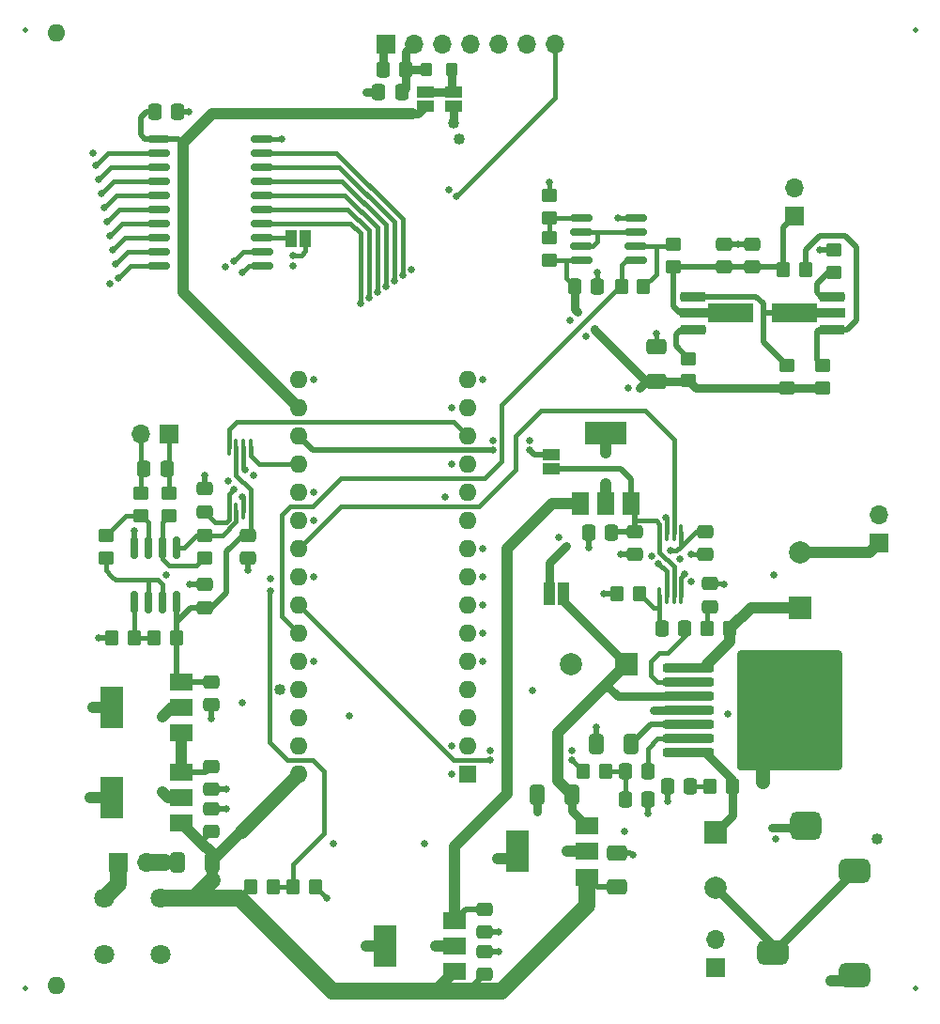
<source format=gtl>
G04 #@! TF.GenerationSoftware,KiCad,Pcbnew,7.0.8*
G04 #@! TF.CreationDate,2023-10-08T14:36:17-06:00*
G04 #@! TF.ProjectId,metal detector test,6d657461-6c20-4646-9574-6563746f7220,V2*
G04 #@! TF.SameCoordinates,Original*
G04 #@! TF.FileFunction,Copper,L1,Top*
G04 #@! TF.FilePolarity,Positive*
%FSLAX46Y46*%
G04 Gerber Fmt 4.6, Leading zero omitted, Abs format (unit mm)*
G04 Created by KiCad (PCBNEW 7.0.8) date 2023-10-08 14:36:17*
%MOMM*%
%LPD*%
G01*
G04 APERTURE LIST*
G04 Aperture macros list*
%AMRoundRect*
0 Rectangle with rounded corners*
0 $1 Rounding radius*
0 $2 $3 $4 $5 $6 $7 $8 $9 X,Y pos of 4 corners*
0 Add a 4 corners polygon primitive as box body*
4,1,4,$2,$3,$4,$5,$6,$7,$8,$9,$2,$3,0*
0 Add four circle primitives for the rounded corners*
1,1,$1+$1,$2,$3*
1,1,$1+$1,$4,$5*
1,1,$1+$1,$6,$7*
1,1,$1+$1,$8,$9*
0 Add four rect primitives between the rounded corners*
20,1,$1+$1,$2,$3,$4,$5,0*
20,1,$1+$1,$4,$5,$6,$7,0*
20,1,$1+$1,$6,$7,$8,$9,0*
20,1,$1+$1,$8,$9,$2,$3,0*%
%AMFreePoly0*
4,1,9,5.362500,-0.866500,1.237500,-0.866500,1.237500,-0.450000,-1.237500,-0.450000,-1.237500,0.450000,1.237500,0.450000,1.237500,0.866500,5.362500,0.866500,5.362500,-0.866500,5.362500,-0.866500,$1*%
G04 Aperture macros list end*
G04 #@! TA.AperFunction,SMDPad,CuDef*
%ADD10RoundRect,0.250000X0.337500X0.475000X-0.337500X0.475000X-0.337500X-0.475000X0.337500X-0.475000X0*%
G04 #@! TD*
G04 #@! TA.AperFunction,ComponentPad*
%ADD11O,1.600000X1.600000*%
G04 #@! TD*
G04 #@! TA.AperFunction,SMDPad,CuDef*
%ADD12RoundRect,0.250000X0.350000X0.450000X-0.350000X0.450000X-0.350000X-0.450000X0.350000X-0.450000X0*%
G04 #@! TD*
G04 #@! TA.AperFunction,SMDPad,CuDef*
%ADD13RoundRect,0.250000X-0.350000X-0.450000X0.350000X-0.450000X0.350000X0.450000X-0.350000X0.450000X0*%
G04 #@! TD*
G04 #@! TA.AperFunction,SMDPad,CuDef*
%ADD14RoundRect,0.250000X0.475000X-0.337500X0.475000X0.337500X-0.475000X0.337500X-0.475000X-0.337500X0*%
G04 #@! TD*
G04 #@! TA.AperFunction,ComponentPad*
%ADD15C,1.800000*%
G04 #@! TD*
G04 #@! TA.AperFunction,SMDPad,CuDef*
%ADD16RoundRect,0.550000X0.850000X-0.550000X0.850000X0.550000X-0.850000X0.550000X-0.850000X-0.550000X0*%
G04 #@! TD*
G04 #@! TA.AperFunction,SMDPad,CuDef*
%ADD17RoundRect,0.650000X0.750000X-0.650000X0.750000X0.650000X-0.750000X0.650000X-0.750000X-0.650000X0*%
G04 #@! TD*
G04 #@! TA.AperFunction,SMDPad,CuDef*
%ADD18RoundRect,0.250000X0.450000X-0.350000X0.450000X0.350000X-0.450000X0.350000X-0.450000X-0.350000X0*%
G04 #@! TD*
G04 #@! TA.AperFunction,SMDPad,CuDef*
%ADD19R,2.000000X1.500000*%
G04 #@! TD*
G04 #@! TA.AperFunction,SMDPad,CuDef*
%ADD20R,2.000000X3.800000*%
G04 #@! TD*
G04 #@! TA.AperFunction,ComponentPad*
%ADD21R,2.000000X2.000000*%
G04 #@! TD*
G04 #@! TA.AperFunction,ComponentPad*
%ADD22C,2.000000*%
G04 #@! TD*
G04 #@! TA.AperFunction,SMDPad,CuDef*
%ADD23RoundRect,0.250000X-0.337500X-0.475000X0.337500X-0.475000X0.337500X0.475000X-0.337500X0.475000X0*%
G04 #@! TD*
G04 #@! TA.AperFunction,ComponentPad*
%ADD24R,1.700000X1.700000*%
G04 #@! TD*
G04 #@! TA.AperFunction,ComponentPad*
%ADD25O,1.700000X1.700000*%
G04 #@! TD*
G04 #@! TA.AperFunction,SMDPad,CuDef*
%ADD26RoundRect,0.250000X0.412500X0.650000X-0.412500X0.650000X-0.412500X-0.650000X0.412500X-0.650000X0*%
G04 #@! TD*
G04 #@! TA.AperFunction,SMDPad,CuDef*
%ADD27R,1.500000X1.000000*%
G04 #@! TD*
G04 #@! TA.AperFunction,SMDPad,CuDef*
%ADD28RoundRect,0.150000X-0.150000X0.825000X-0.150000X-0.825000X0.150000X-0.825000X0.150000X0.825000X0*%
G04 #@! TD*
G04 #@! TA.AperFunction,SMDPad,CuDef*
%ADD29R,1.000000X2.032000*%
G04 #@! TD*
G04 #@! TA.AperFunction,SMDPad,CuDef*
%ADD30RoundRect,0.250000X0.650000X-0.412500X0.650000X0.412500X-0.650000X0.412500X-0.650000X-0.412500X0*%
G04 #@! TD*
G04 #@! TA.AperFunction,SMDPad,CuDef*
%ADD31RoundRect,0.250000X-0.475000X0.337500X-0.475000X-0.337500X0.475000X-0.337500X0.475000X0.337500X0*%
G04 #@! TD*
G04 #@! TA.AperFunction,SMDPad,CuDef*
%ADD32RoundRect,0.200000X-2.100000X-0.200000X2.100000X-0.200000X2.100000X0.200000X-2.100000X0.200000X0*%
G04 #@! TD*
G04 #@! TA.AperFunction,SMDPad,CuDef*
%ADD33RoundRect,0.250000X-2.025000X-2.375000X2.025000X-2.375000X2.025000X2.375000X-2.025000X2.375000X0*%
G04 #@! TD*
G04 #@! TA.AperFunction,SMDPad,CuDef*
%ADD34RoundRect,0.250002X-4.449998X-5.149998X4.449998X-5.149998X4.449998X5.149998X-4.449998X5.149998X0*%
G04 #@! TD*
G04 #@! TA.AperFunction,SMDPad,CuDef*
%ADD35RoundRect,0.100000X0.100000X-0.637500X0.100000X0.637500X-0.100000X0.637500X-0.100000X-0.637500X0*%
G04 #@! TD*
G04 #@! TA.AperFunction,SMDPad,CuDef*
%ADD36RoundRect,0.225000X-0.925000X-0.225000X0.925000X-0.225000X0.925000X0.225000X-0.925000X0.225000X0*%
G04 #@! TD*
G04 #@! TA.AperFunction,SMDPad,CuDef*
%ADD37FreePoly0,0.000000*%
G04 #@! TD*
G04 #@! TA.AperFunction,SMDPad,CuDef*
%ADD38C,0.500000*%
G04 #@! TD*
G04 #@! TA.AperFunction,SMDPad,CuDef*
%ADD39R,1.500000X2.000000*%
G04 #@! TD*
G04 #@! TA.AperFunction,SMDPad,CuDef*
%ADD40R,3.800000X2.000000*%
G04 #@! TD*
G04 #@! TA.AperFunction,SMDPad,CuDef*
%ADD41R,1.000000X1.500000*%
G04 #@! TD*
G04 #@! TA.AperFunction,SMDPad,CuDef*
%ADD42RoundRect,0.250000X0.275000X0.350000X-0.275000X0.350000X-0.275000X-0.350000X0.275000X-0.350000X0*%
G04 #@! TD*
G04 #@! TA.AperFunction,ComponentPad*
%ADD43R,1.600000X1.600000*%
G04 #@! TD*
G04 #@! TA.AperFunction,SMDPad,CuDef*
%ADD44RoundRect,0.100000X-0.100000X0.637500X-0.100000X-0.637500X0.100000X-0.637500X0.100000X0.637500X0*%
G04 #@! TD*
G04 #@! TA.AperFunction,SMDPad,CuDef*
%ADD45RoundRect,0.150000X-0.875000X-0.150000X0.875000X-0.150000X0.875000X0.150000X-0.875000X0.150000X0*%
G04 #@! TD*
G04 #@! TA.AperFunction,SMDPad,CuDef*
%ADD46RoundRect,0.250000X-0.450000X0.350000X-0.450000X-0.350000X0.450000X-0.350000X0.450000X0.350000X0*%
G04 #@! TD*
G04 #@! TA.AperFunction,SMDPad,CuDef*
%ADD47RoundRect,0.150000X0.825000X0.150000X-0.825000X0.150000X-0.825000X-0.150000X0.825000X-0.150000X0*%
G04 #@! TD*
G04 #@! TA.AperFunction,SMDPad,CuDef*
%ADD48RoundRect,0.225000X0.925000X0.225000X-0.925000X0.225000X-0.925000X-0.225000X0.925000X-0.225000X0*%
G04 #@! TD*
G04 #@! TA.AperFunction,SMDPad,CuDef*
%ADD49FreePoly0,180.000000*%
G04 #@! TD*
G04 #@! TA.AperFunction,ViaPad*
%ADD50C,0.660400*%
G04 #@! TD*
G04 #@! TA.AperFunction,ViaPad*
%ADD51C,1.016000*%
G04 #@! TD*
G04 #@! TA.AperFunction,ViaPad*
%ADD52C,1.270000*%
G04 #@! TD*
G04 #@! TA.AperFunction,Conductor*
%ADD53C,0.381000*%
G04 #@! TD*
G04 #@! TA.AperFunction,Conductor*
%ADD54C,0.762000*%
G04 #@! TD*
G04 #@! TA.AperFunction,Conductor*
%ADD55C,1.016000*%
G04 #@! TD*
G04 #@! TA.AperFunction,Conductor*
%ADD56C,1.524000*%
G04 #@! TD*
G04 #@! TA.AperFunction,Conductor*
%ADD57C,0.508000*%
G04 #@! TD*
G04 #@! TA.AperFunction,Conductor*
%ADD58C,1.270000*%
G04 #@! TD*
G04 APERTURE END LIST*
D10*
X33125500Y-6858000D03*
X35200500Y-6858000D03*
D11*
X4064000Y-1524000D03*
X4064000Y-87376000D03*
D12*
X11090000Y-56075500D03*
X9090000Y-56075500D03*
D13*
X51578000Y-68072000D03*
X53578000Y-68072000D03*
D14*
X64262000Y-22627500D03*
X64262000Y-20552500D03*
D15*
X8382000Y-79502000D03*
X13462000Y-79502000D03*
X13462000Y-84582000D03*
X8382000Y-84582000D03*
D12*
X65008000Y-69454000D03*
X63008000Y-69454000D03*
D16*
X68678000Y-84409000D03*
X76078000Y-86409000D03*
X76078000Y-77009000D03*
D17*
X71628000Y-73009000D03*
D14*
X18075000Y-69686000D03*
X18075000Y-67611000D03*
D18*
X17440000Y-48820500D03*
X17440000Y-46820500D03*
D19*
X39980000Y-86120000D03*
X39980000Y-83820000D03*
D20*
X33680000Y-83820000D03*
D19*
X39980000Y-81520000D03*
D21*
X63500000Y-73578323D03*
D22*
X63500000Y-78578323D03*
D10*
X60727500Y-55230000D03*
X58652500Y-55230000D03*
D23*
X55350500Y-70612000D03*
X57425500Y-70612000D03*
D19*
X15383000Y-72726500D03*
X15383000Y-70426500D03*
D20*
X9083000Y-70426500D03*
D19*
X15383000Y-68126500D03*
D23*
X12932500Y-8636000D03*
X15007500Y-8636000D03*
D10*
X57425500Y-68072000D03*
X55350500Y-68072000D03*
D14*
X66802000Y-22627500D03*
X66802000Y-20552500D03*
D18*
X73152000Y-33497000D03*
X73152000Y-31497000D03*
D24*
X14270000Y-37660500D03*
D25*
X11730000Y-37660500D03*
D23*
X50778500Y-24384000D03*
X52853500Y-24384000D03*
D24*
X9688000Y-76268500D03*
D25*
X12228000Y-76268500D03*
D19*
X15383000Y-64598500D03*
X15383000Y-62298500D03*
D20*
X9083000Y-62298500D03*
D19*
X15383000Y-59998500D03*
D14*
X42672000Y-82571500D03*
X42672000Y-80496500D03*
D26*
X18113500Y-76268500D03*
X14988500Y-76268500D03*
D13*
X69612000Y-22860000D03*
X71612000Y-22860000D03*
D21*
X71120000Y-53320077D03*
D22*
X71120000Y-48320077D03*
D27*
X48717200Y-39532800D03*
X48717200Y-40832800D03*
D18*
X74168000Y-23098000D03*
X74168000Y-21098000D03*
D28*
X14900000Y-47885500D03*
X13630000Y-47885500D03*
X12360000Y-47885500D03*
X11090000Y-47885500D03*
X11090000Y-52835500D03*
X12360000Y-52835500D03*
X13630000Y-52835500D03*
X14900000Y-52835500D03*
D18*
X48514000Y-21971000D03*
X48514000Y-19971000D03*
D29*
X49814000Y-52070000D03*
X48514000Y-52070000D03*
D14*
X21377000Y-48858000D03*
X21377000Y-46783000D03*
D27*
X39878000Y-8117600D03*
X39878000Y-6817600D03*
D30*
X54610000Y-78524500D03*
X54610000Y-75399500D03*
D26*
X55918500Y-65644000D03*
X52793500Y-65644000D03*
D12*
X56626000Y-52070000D03*
X54626000Y-52070000D03*
D19*
X51918000Y-77596000D03*
X51918000Y-75296000D03*
D20*
X45618000Y-75296000D03*
D19*
X51918000Y-72996000D03*
D13*
X21606000Y-78486000D03*
X23606000Y-78486000D03*
D10*
X14032500Y-40835500D03*
X11957500Y-40835500D03*
D31*
X18075000Y-59991000D03*
X18075000Y-62066000D03*
D32*
X61027000Y-58786000D03*
X61027000Y-60056000D03*
X61027000Y-61326000D03*
X61027000Y-62596000D03*
D33*
X67752000Y-59821000D03*
X67752000Y-65371000D03*
D34*
X70177000Y-62596000D03*
D33*
X72602000Y-59821000D03*
X72602000Y-65371000D03*
D32*
X61027000Y-63866000D03*
X61027000Y-65136000D03*
X61027000Y-66406000D03*
D35*
X19640000Y-44587000D03*
X20290000Y-44587000D03*
X20940000Y-44587000D03*
X21590000Y-44587000D03*
X21590000Y-38862000D03*
X20940000Y-38862000D03*
X20290000Y-38862000D03*
X19640000Y-38862000D03*
D14*
X17440000Y-53303000D03*
X17440000Y-51228000D03*
D10*
X54123500Y-46594000D03*
X52048500Y-46594000D03*
D26*
X50584500Y-70216000D03*
X47459500Y-70216000D03*
D36*
X61477000Y-25282000D03*
D37*
X61564500Y-26782000D03*
D36*
X61477000Y-28282000D03*
D13*
X25416000Y-78486000D03*
X27416000Y-78486000D03*
D18*
X48514000Y-18161000D03*
X48514000Y-16161000D03*
D38*
X81534000Y-1270000D03*
D24*
X63500000Y-85725000D03*
D25*
X63500000Y-83185000D03*
D39*
X51294000Y-43902000D03*
X53594000Y-43902000D03*
D40*
X53594000Y-37602000D03*
D39*
X55894000Y-43902000D03*
D18*
X61087000Y-32862000D03*
X61087000Y-30862000D03*
D41*
X26558000Y-20066000D03*
X25258000Y-20066000D03*
D27*
X37338000Y-8117600D03*
X37338000Y-6817600D03*
D18*
X69977000Y-33497000D03*
X69977000Y-31497000D03*
D38*
X1270000Y-87630000D03*
D12*
X14900000Y-56075500D03*
X12900000Y-56075500D03*
D42*
X39758000Y-4826000D03*
X37458000Y-4826000D03*
D43*
X41148000Y-68326000D03*
D11*
X41148000Y-65786000D03*
X41148000Y-63246000D03*
X41148000Y-60706000D03*
X41148000Y-58166000D03*
X41148000Y-55626000D03*
X41148000Y-53086000D03*
X41148000Y-50546000D03*
X41148000Y-48006000D03*
X41148000Y-45466000D03*
X41148000Y-42926000D03*
X41148000Y-40386000D03*
X41148000Y-37846000D03*
X41148000Y-35306000D03*
X41148000Y-32766000D03*
X25908000Y-32766000D03*
X25908000Y-35306000D03*
X25908000Y-37846000D03*
X25908000Y-40386000D03*
X25908000Y-42926000D03*
X25908000Y-45466000D03*
X25908000Y-48006000D03*
X25908000Y-50546000D03*
X25908000Y-53086000D03*
X25908000Y-55626000D03*
X25908000Y-58166000D03*
X25908000Y-60706000D03*
X25908000Y-63246000D03*
X25908000Y-65786000D03*
X25908000Y-68326000D03*
D24*
X70612000Y-18034000D03*
D25*
X70612000Y-15494000D03*
D18*
X59690000Y-22590000D03*
X59690000Y-20590000D03*
D44*
X60411000Y-46525500D03*
X59761000Y-46525500D03*
X59111000Y-46525500D03*
X58461000Y-46525500D03*
X58461000Y-52250500D03*
X59111000Y-52250500D03*
X59761000Y-52250500D03*
X60411000Y-52250500D03*
D45*
X13306000Y-11049000D03*
X13306000Y-12319000D03*
X13306000Y-13589000D03*
X13306000Y-14859000D03*
X13306000Y-16129000D03*
X13306000Y-17399000D03*
X13306000Y-18669000D03*
X13306000Y-19939000D03*
X13306000Y-21209000D03*
X13306000Y-22479000D03*
X22606000Y-22479000D03*
X22606000Y-21209000D03*
X22606000Y-19939000D03*
X22606000Y-18669000D03*
X22606000Y-17399000D03*
X22606000Y-16129000D03*
X22606000Y-14859000D03*
X22606000Y-13589000D03*
X22606000Y-12319000D03*
X22606000Y-11049000D03*
D31*
X62611000Y-46445500D03*
X62611000Y-48520500D03*
D46*
X14265000Y-43010500D03*
X14265000Y-45010500D03*
D38*
X81534000Y-87630000D03*
X1270000Y-1270000D03*
D14*
X42672000Y-86381500D03*
X42672000Y-84306500D03*
D47*
X56323000Y-21971000D03*
X56323000Y-20701000D03*
X56323000Y-19431000D03*
X56323000Y-18161000D03*
X51373000Y-18161000D03*
X51373000Y-19431000D03*
X51373000Y-20701000D03*
X51373000Y-21971000D03*
D46*
X11725000Y-43010500D03*
X11725000Y-45010500D03*
D48*
X74032000Y-28282000D03*
D49*
X73944500Y-26782000D03*
D48*
X74032000Y-25282000D03*
D24*
X78232000Y-47503000D03*
D25*
X78232000Y-44963000D03*
D46*
X8550000Y-46820500D03*
X8550000Y-48820500D03*
D14*
X17440000Y-44667000D03*
X17440000Y-42592000D03*
D23*
X59160500Y-69454000D03*
X61235500Y-69454000D03*
D14*
X56261000Y-48520500D03*
X56261000Y-46445500D03*
D12*
X64791500Y-55230000D03*
X62791500Y-55230000D03*
D21*
X55453677Y-58420000D03*
D22*
X50453677Y-58420000D03*
D14*
X18075000Y-73496000D03*
X18075000Y-71421000D03*
D10*
X35581500Y-4826000D03*
X33506500Y-4826000D03*
D12*
X57028500Y-24384000D03*
X55028500Y-24384000D03*
D31*
X62992000Y-51144500D03*
X62992000Y-53219500D03*
D30*
X58166000Y-32916500D03*
X58166000Y-29791500D03*
D24*
X33782000Y-2514600D03*
D25*
X36322000Y-2514600D03*
X38862000Y-2514600D03*
X41402000Y-2514600D03*
X43942000Y-2514600D03*
X46482000Y-2514600D03*
X49022000Y-2514600D03*
D50*
X31978600Y-6858000D03*
X24384000Y-11049000D03*
X27305000Y-42926000D03*
X18084800Y-63296800D03*
X20828000Y-43307000D03*
X68783200Y-50393600D03*
X20802600Y-61899800D03*
X43942000Y-84302600D03*
X30530800Y-63068200D03*
X52044600Y-47879000D03*
X50419000Y-27432000D03*
X53416200Y-52070000D03*
D51*
X38252400Y-83820000D03*
D50*
X57759600Y-48641000D03*
X49403000Y-46990000D03*
X47447200Y-71704200D03*
X28448000Y-79502000D03*
X64592200Y-62941200D03*
X39116000Y-43307000D03*
X43180000Y-66167000D03*
X54940200Y-48488600D03*
X19405600Y-71424800D03*
X72898000Y-21082000D03*
X61341000Y-50927000D03*
X17424400Y-41402000D03*
X42545000Y-48006000D03*
X21386800Y-49987200D03*
X19405600Y-69697600D03*
D51*
X13665200Y-69900800D03*
X43891200Y-75946000D03*
D50*
X52832000Y-23114000D03*
X42545000Y-55626000D03*
X61341000Y-48514000D03*
X39751000Y-40386000D03*
X68961000Y-74168000D03*
X19304000Y-22606000D03*
X57912000Y-62585600D03*
X55295800Y-73456800D03*
X39751000Y-65786000D03*
X55626000Y-33528000D03*
D51*
X78105000Y-74168000D03*
D50*
X39497000Y-15621000D03*
X56083200Y-75641200D03*
X46736000Y-38227000D03*
X21844000Y-41402000D03*
X27305000Y-32766000D03*
X25400000Y-22479000D03*
D51*
X50139600Y-75285600D03*
X7112000Y-70426500D03*
D50*
X14020800Y-50342800D03*
X54737000Y-18161000D03*
X47040800Y-60782200D03*
X58166000Y-28575000D03*
X50546000Y-66167000D03*
X7899400Y-56083200D03*
X48514000Y-14986000D03*
X29032200Y-74599800D03*
X27305000Y-50546000D03*
X43434000Y-38227000D03*
X60325000Y-48895000D03*
X16002000Y-8636000D03*
X39751000Y-68326000D03*
X65510500Y-20552500D03*
X59029600Y-45212000D03*
X23368000Y-50673000D03*
X42545000Y-53086000D03*
X51816000Y-28829000D03*
X43967400Y-82575400D03*
X59156600Y-70739000D03*
X19558000Y-41910000D03*
D51*
X7366000Y-62298500D03*
D50*
X27305000Y-58166000D03*
X42545000Y-58166000D03*
X42545000Y-32766000D03*
D51*
X40386000Y-11049000D03*
D50*
X42545000Y-50546000D03*
D51*
X32029400Y-83820000D03*
D50*
X64262000Y-51181000D03*
X37261800Y-74599800D03*
D51*
X73888600Y-86944200D03*
D50*
X52781200Y-64058800D03*
X36068000Y-22860000D03*
X8890000Y-24130000D03*
D51*
X13614400Y-63144400D03*
D50*
X57429400Y-71907400D03*
D51*
X24257000Y-60706000D03*
D50*
X27305000Y-45466000D03*
D51*
X53594000Y-39370000D03*
X53594000Y-42164000D03*
D50*
X16129000Y-51231800D03*
D52*
X67767200Y-68986400D03*
D50*
X39751000Y-35306000D03*
X7366000Y-12319000D03*
X11099800Y-46355000D03*
X52578000Y-28194000D03*
X56642000Y-33528000D03*
X51054000Y-26670000D03*
X50038000Y-47752000D03*
X43180000Y-67056000D03*
X50546000Y-67056000D03*
X40132000Y-16256000D03*
X68580000Y-73152000D03*
X25400000Y-21590000D03*
X20828000Y-23114000D03*
X43434000Y-39116000D03*
X46736000Y-39116000D03*
X8128000Y-16002000D03*
X8382000Y-17272000D03*
X8636000Y-18542000D03*
X8890000Y-19812000D03*
X9144000Y-21082000D03*
X9398000Y-22352000D03*
X35306000Y-23368000D03*
X34544000Y-23876000D03*
X33782000Y-24384000D03*
X33020000Y-24892000D03*
X32258000Y-25400000D03*
X31496000Y-25908000D03*
X60706000Y-50292000D03*
X20066000Y-22098000D03*
X9652000Y-23622000D03*
X58369200Y-49326800D03*
X59486800Y-48209200D03*
X20066000Y-42672000D03*
X21082000Y-40894000D03*
D51*
X39878000Y-9652000D03*
D50*
X23368000Y-51816000D03*
X7620000Y-13462000D03*
X7874000Y-14732000D03*
D53*
X24892000Y-67056000D02*
X27178000Y-67056000D01*
X27178000Y-67056000D02*
X28194000Y-68072000D01*
X25416000Y-76438000D02*
X25416000Y-78486000D01*
X23266400Y-65430400D02*
X24892000Y-67056000D01*
X28194000Y-68072000D02*
X28194000Y-73660000D01*
X23266400Y-51917600D02*
X23266400Y-65430400D01*
X23368000Y-51816000D02*
X23266400Y-51917600D01*
X28194000Y-73660000D02*
X25416000Y-76438000D01*
D54*
X33125500Y-6858000D02*
X31978600Y-6858000D01*
X35581500Y-6477000D02*
X35581500Y-4826000D01*
X35200500Y-6858000D02*
X35581500Y-6477000D01*
D55*
X18161000Y-8763000D02*
X36195000Y-8763000D01*
X15494000Y-11430000D02*
X18161000Y-8763000D01*
D54*
X36692600Y-8763000D02*
X36195000Y-8763000D01*
X37338000Y-8117600D02*
X36692600Y-8763000D01*
D56*
X44196000Y-87884000D02*
X41148000Y-87884000D01*
X41148000Y-87884000D02*
X38216000Y-87884000D01*
X28972000Y-87884000D02*
X20590000Y-79502000D01*
X51918000Y-77596000D02*
X51918000Y-80162000D01*
X38216000Y-87884000D02*
X28972000Y-87884000D01*
D55*
X18113500Y-76120500D02*
X20738000Y-73496000D01*
X18113500Y-76268500D02*
X18113500Y-77898500D01*
D57*
X52846500Y-78524500D02*
X51918000Y-77596000D01*
X54610000Y-78524500D02*
X52846500Y-78524500D01*
X20590000Y-79502000D02*
X21606000Y-78486000D01*
X18075000Y-73496000D02*
X17124450Y-74446550D01*
X42672000Y-86381500D02*
X41169500Y-87884000D01*
D55*
X15383000Y-72726500D02*
X17124450Y-74467950D01*
D58*
X20738000Y-73496000D02*
X25908000Y-68326000D01*
D55*
X18113500Y-75457000D02*
X18113500Y-76268500D01*
D56*
X18113500Y-77898500D02*
X16510000Y-79502000D01*
D55*
X18113500Y-76268500D02*
X18113500Y-76120500D01*
D56*
X13462000Y-79502000D02*
X20590000Y-79502000D01*
X51918000Y-80162000D02*
X44196000Y-87884000D01*
D55*
X39980000Y-86120000D02*
X38216000Y-87884000D01*
D54*
X41169500Y-87884000D02*
X41148000Y-87884000D01*
D55*
X17124450Y-74467950D02*
X18113500Y-75457000D01*
D57*
X17124450Y-74446550D02*
X17124450Y-74467950D01*
X43963500Y-82571500D02*
X42672000Y-82571500D01*
X56083200Y-75641200D02*
X55841500Y-75399500D01*
X45618000Y-75296000D02*
X45222000Y-75692000D01*
D55*
X76078000Y-86409000D02*
X75542800Y-86944200D01*
D57*
X18075000Y-71421000D02*
X19401800Y-71421000D01*
X7907100Y-56075500D02*
X7899400Y-56083200D01*
X17987100Y-71421000D02*
X18075000Y-71421000D01*
D55*
X44968000Y-75946000D02*
X43891200Y-75946000D01*
D54*
X57922400Y-62596000D02*
X57912000Y-62585600D01*
D57*
X47459500Y-71691900D02*
X47447200Y-71704200D01*
X17440000Y-51228000D02*
X16132800Y-51228000D01*
X15007500Y-8636000D02*
X16002000Y-8636000D01*
D55*
X13665200Y-69900800D02*
X14190900Y-70426500D01*
X13614400Y-63144400D02*
X14460300Y-62298500D01*
D57*
X72898000Y-21082000D02*
X72914000Y-21098000D01*
X59160500Y-69454000D02*
X59160500Y-70735100D01*
D55*
X14460300Y-62298500D02*
X15383000Y-62298500D01*
D57*
X52048500Y-47875100D02*
X52044600Y-47879000D01*
D54*
X33506500Y-2790100D02*
X33782000Y-2514600D01*
D57*
X19401800Y-71421000D02*
X19405600Y-71424800D01*
X18075000Y-69686000D02*
X19394000Y-69686000D01*
X18075000Y-62066000D02*
X18075000Y-63287000D01*
X21386800Y-49987200D02*
X21377000Y-49977400D01*
X19394000Y-69686000D02*
X19405600Y-69697600D01*
D53*
X64225500Y-51144500D02*
X64262000Y-51181000D01*
D57*
X59160500Y-70735100D02*
X59156600Y-70739000D01*
D53*
X48514000Y-16161000D02*
X48514000Y-14986000D01*
D57*
X16132800Y-51228000D02*
X16129000Y-51231800D01*
D56*
X12228000Y-76268500D02*
X13799900Y-76268500D01*
D55*
X45618000Y-75296000D02*
X44968000Y-75946000D01*
D53*
X20940000Y-43419000D02*
X20828000Y-43307000D01*
D57*
X11090000Y-46364800D02*
X11099800Y-46355000D01*
X17733100Y-69686000D02*
X18075000Y-69686000D01*
D55*
X53594000Y-43902000D02*
X53594000Y-42164000D01*
D57*
X54972100Y-48520500D02*
X54940200Y-48488600D01*
X57425500Y-70612000D02*
X57425500Y-71903500D01*
D53*
X27432000Y-78486000D02*
X28448000Y-79502000D01*
X27416000Y-78486000D02*
X27432000Y-78486000D01*
X58166000Y-29791500D02*
X58166000Y-28575000D01*
X20940000Y-44587000D02*
X20940000Y-43419000D01*
D57*
X9090000Y-56075500D02*
X7907100Y-56075500D01*
X17440000Y-41417600D02*
X17440000Y-42592000D01*
D58*
X67752000Y-65371000D02*
X67752000Y-68971200D01*
D57*
X43938100Y-84306500D02*
X43942000Y-84302600D01*
X17842500Y-62298500D02*
X18075000Y-62066000D01*
D55*
X33680000Y-83820000D02*
X32029400Y-83820000D01*
D57*
X21377000Y-49977400D02*
X21377000Y-48858000D01*
D54*
X33506500Y-4826000D02*
X33506500Y-2790100D01*
D53*
X17424400Y-41402000D02*
X17440000Y-41417600D01*
D54*
X47459500Y-70216000D02*
X47459500Y-71691900D01*
D57*
X18075000Y-63287000D02*
X18084800Y-63296800D01*
X72914000Y-21098000D02*
X74168000Y-21098000D01*
X43967400Y-82575400D02*
X43963500Y-82571500D01*
D53*
X61347500Y-48520500D02*
X61341000Y-48514000D01*
D55*
X53594000Y-37602000D02*
X53594000Y-39370000D01*
X7112000Y-70426500D02*
X9083000Y-70426500D01*
D54*
X14970800Y-76250800D02*
X14988500Y-76268500D01*
D55*
X51918000Y-75296000D02*
X50150000Y-75296000D01*
D53*
X62611000Y-48520500D02*
X61347500Y-48520500D01*
D55*
X50150000Y-75296000D02*
X50139600Y-75285600D01*
D58*
X67752000Y-68971200D02*
X67767200Y-68986400D01*
D53*
X59029600Y-45212000D02*
X59111000Y-45293400D01*
D57*
X65510500Y-20552500D02*
X64262000Y-20552500D01*
D55*
X75542800Y-86944200D02*
X73888600Y-86944200D01*
D54*
X61027000Y-62596000D02*
X57922400Y-62596000D01*
D53*
X52832000Y-23114000D02*
X52853500Y-23135500D01*
D57*
X52793500Y-64071100D02*
X52781200Y-64058800D01*
X52048500Y-46594000D02*
X52048500Y-47875100D01*
X57425500Y-71903500D02*
X57429400Y-71907400D01*
X52793500Y-65644000D02*
X52793500Y-64071100D01*
D53*
X59111000Y-45293400D02*
X59111000Y-46525500D01*
D55*
X14190900Y-70426500D02*
X15383000Y-70426500D01*
D54*
X13817600Y-76250800D02*
X14970800Y-76250800D01*
D57*
X11090000Y-47885500D02*
X11090000Y-46364800D01*
X42672000Y-84306500D02*
X43938100Y-84306500D01*
D53*
X22606000Y-11049000D02*
X24384000Y-11049000D01*
X52853500Y-23135500D02*
X52853500Y-24384000D01*
D57*
X56261000Y-48520500D02*
X54972100Y-48520500D01*
D55*
X7366000Y-62298500D02*
X9083000Y-62298500D01*
X39980000Y-83820000D02*
X38252400Y-83820000D01*
D57*
X65510500Y-20552500D02*
X66802000Y-20552500D01*
D53*
X62992000Y-51144500D02*
X64225500Y-51144500D01*
X56323000Y-18161000D02*
X54737000Y-18161000D01*
D57*
X54626000Y-52070000D02*
X53416200Y-52070000D01*
X55841500Y-75399500D02*
X54610000Y-75399500D01*
D55*
X49276000Y-64597677D02*
X53634838Y-60238838D01*
D54*
X54722000Y-61326000D02*
X53634838Y-60238838D01*
X50584500Y-71662500D02*
X50584500Y-70216000D01*
D55*
X50584500Y-70216000D02*
X49276000Y-68907500D01*
D54*
X51918000Y-72996000D02*
X50584500Y-71662500D01*
X55453677Y-58420000D02*
X49814000Y-52780323D01*
D55*
X53634838Y-60238838D02*
X55453677Y-58420000D01*
D54*
X49814000Y-52780323D02*
X49814000Y-52070000D01*
D55*
X49276000Y-68907500D02*
X49276000Y-64597677D01*
D54*
X61027000Y-61326000D02*
X54722000Y-61326000D01*
D57*
X59690000Y-26162000D02*
X59690000Y-22590000D01*
X59690000Y-22590000D02*
X69342000Y-22590000D01*
X69612000Y-22860000D02*
X69612000Y-19034000D01*
X60310000Y-26782000D02*
X59690000Y-26162000D01*
X69342000Y-22590000D02*
X69612000Y-22860000D01*
X69612000Y-19034000D02*
X70612000Y-18034000D01*
X61564500Y-26782000D02*
X60310000Y-26782000D01*
D55*
X48808000Y-43902000D02*
X51294000Y-43902000D01*
X39980000Y-81520000D02*
X39980000Y-74828000D01*
D57*
X42672000Y-80496500D02*
X41003500Y-80496500D01*
X41003500Y-80496500D02*
X39980000Y-81520000D01*
D55*
X44704000Y-70104000D02*
X44704000Y-48006000D01*
X39980000Y-74828000D02*
X44704000Y-70104000D01*
X44704000Y-48006000D02*
X48808000Y-43902000D01*
D57*
X55894000Y-43902000D02*
X56261000Y-44269000D01*
D53*
X59761000Y-49601000D02*
X59761000Y-52250500D01*
D57*
X56261000Y-46445500D02*
X54272000Y-46445500D01*
X56261000Y-44269000D02*
X56261000Y-45466000D01*
X56261000Y-45466000D02*
X56261000Y-46445500D01*
X48778400Y-40843200D02*
X48768000Y-40832800D01*
X55894000Y-41771600D02*
X54965600Y-40843200D01*
X55894000Y-43902000D02*
X55894000Y-41771600D01*
D53*
X58461000Y-45761000D02*
X58166000Y-45466000D01*
D57*
X54272000Y-46445500D02*
X54123500Y-46594000D01*
D53*
X58166000Y-45466000D02*
X56261000Y-45466000D01*
X58461000Y-46525500D02*
X58461000Y-48301000D01*
X58461000Y-46525500D02*
X58461000Y-45761000D01*
D57*
X54965600Y-40843200D02*
X48778400Y-40843200D01*
D53*
X58461000Y-48301000D02*
X59761000Y-49601000D01*
D54*
X50778500Y-26394500D02*
X50778500Y-24384000D01*
X57253500Y-32916500D02*
X52578000Y-28241000D01*
X57253500Y-32916500D02*
X56642000Y-33528000D01*
D53*
X50038000Y-23643500D02*
X50038000Y-21971000D01*
D54*
X61087000Y-32862000D02*
X61722000Y-33497000D01*
X69977000Y-33497000D02*
X73152000Y-33497000D01*
X48514000Y-49276000D02*
X50038000Y-47752000D01*
X61722000Y-33497000D02*
X69977000Y-33497000D01*
X58166000Y-32916500D02*
X57253500Y-32916500D01*
X61032500Y-32916500D02*
X61087000Y-32862000D01*
X52578000Y-28241000D02*
X52578000Y-28194000D01*
X48514000Y-52070000D02*
X48514000Y-49276000D01*
X51054000Y-26670000D02*
X50778500Y-26394500D01*
D53*
X50038000Y-21971000D02*
X48514000Y-21971000D01*
D54*
X58166000Y-32916500D02*
X61032500Y-32916500D01*
D53*
X50778500Y-24384000D02*
X50038000Y-23643500D01*
X51373000Y-21971000D02*
X50038000Y-21971000D01*
D57*
X18075000Y-67611000D02*
X17559500Y-68126500D01*
X17559500Y-68126500D02*
X15383000Y-68126500D01*
D55*
X15383000Y-68126500D02*
X15383000Y-64598500D01*
D57*
X20908000Y-46783000D02*
X21377000Y-46783000D01*
X14900000Y-59515500D02*
X14900000Y-56075500D01*
X15383000Y-59998500D02*
X14900000Y-59515500D01*
D53*
X21590000Y-46570000D02*
X21377000Y-46783000D01*
D57*
X19431000Y-51943000D02*
X19431000Y-48260000D01*
X19431000Y-48260000D02*
X20908000Y-46783000D01*
X15390500Y-59991000D02*
X18075000Y-59991000D01*
D53*
X20290000Y-41372000D02*
X20290000Y-38862000D01*
X21590000Y-44587000D02*
X21590000Y-46570000D01*
D57*
X17440000Y-53303000D02*
X18071000Y-53303000D01*
X15383000Y-59998500D02*
X15390500Y-59991000D01*
X16207000Y-53303000D02*
X14900000Y-54610000D01*
X18071000Y-53303000D02*
X19431000Y-51943000D01*
D53*
X21590000Y-44587000D02*
X21590000Y-42672000D01*
D57*
X17440000Y-53303000D02*
X16207000Y-53303000D01*
X14900000Y-54610000D02*
X14900000Y-56075500D01*
X14900000Y-52835500D02*
X14900000Y-54610000D01*
D53*
X21590000Y-42672000D02*
X20290000Y-41372000D01*
X39878000Y-67056000D02*
X43180000Y-67056000D01*
X50562000Y-67056000D02*
X51578000Y-68072000D01*
X25908000Y-53086000D02*
X39878000Y-67056000D01*
X50546000Y-67056000D02*
X50562000Y-67056000D01*
X40132000Y-16256000D02*
X49022000Y-7366000D01*
X49022000Y-2514600D02*
X49022000Y-7366000D01*
D54*
X68580000Y-73152000D02*
X71485000Y-73152000D01*
X71485000Y-73152000D02*
X71628000Y-73009000D01*
D53*
X25400000Y-21590000D02*
X26162000Y-21590000D01*
X26558000Y-21194000D02*
X26558000Y-20066000D01*
X26162000Y-21590000D02*
X26558000Y-21194000D01*
X21463000Y-22479000D02*
X22606000Y-22479000D01*
X20828000Y-23114000D02*
X21463000Y-22479000D01*
D57*
X12065000Y-11049000D02*
X11684000Y-10668000D01*
X15113000Y-11049000D02*
X15494000Y-11430000D01*
D55*
X15494000Y-15748000D02*
X15494000Y-11430000D01*
X15494000Y-24892000D02*
X15494000Y-15748000D01*
D57*
X11684000Y-9144000D02*
X12192000Y-8636000D01*
D55*
X25908000Y-35306000D02*
X15494000Y-24892000D01*
D57*
X13306000Y-11049000D02*
X12065000Y-11049000D01*
X11684000Y-10668000D02*
X11684000Y-9144000D01*
X13306000Y-11049000D02*
X15113000Y-11049000D01*
X12192000Y-8636000D02*
X12932500Y-8636000D01*
X67818000Y-26670000D02*
X67818000Y-25908000D01*
X67818000Y-25908000D02*
X67192000Y-25282000D01*
X73944500Y-26782000D02*
X67930000Y-26782000D01*
X67192000Y-25282000D02*
X61477000Y-25282000D01*
X67930000Y-26782000D02*
X67818000Y-26670000D01*
X69977000Y-31497000D02*
X67818000Y-29338000D01*
X67818000Y-29338000D02*
X67818000Y-26670000D01*
X59944000Y-28702000D02*
X60364000Y-28282000D01*
X60364000Y-28282000D02*
X61477000Y-28282000D01*
X61087000Y-30862000D02*
X59944000Y-29719000D01*
X59944000Y-29719000D02*
X59944000Y-28702000D01*
X72644000Y-24130000D02*
X73676000Y-23098000D01*
X73034000Y-25282000D02*
X72644000Y-24892000D01*
X74032000Y-25282000D02*
X73034000Y-25282000D01*
X72644000Y-24892000D02*
X72644000Y-24130000D01*
X73676000Y-23098000D02*
X74168000Y-23098000D01*
D53*
X24384000Y-54102000D02*
X24384000Y-44958000D01*
X54864000Y-24384000D02*
X52324000Y-26924000D01*
X25146000Y-44196000D02*
X27178000Y-44196000D01*
X56323000Y-21971000D02*
X55499000Y-21971000D01*
X44196000Y-35052000D02*
X52324000Y-26924000D01*
X55028500Y-22441500D02*
X55028500Y-24384000D01*
X55028500Y-24384000D02*
X54864000Y-24384000D01*
X44196000Y-40132000D02*
X44196000Y-35052000D01*
X27178000Y-44196000D02*
X29718000Y-41656000D01*
X29718000Y-41656000D02*
X42672000Y-41656000D01*
X25908000Y-55626000D02*
X24384000Y-54102000D01*
X55499000Y-21971000D02*
X55028500Y-22441500D01*
X24384000Y-44958000D02*
X25146000Y-44196000D01*
X42672000Y-41656000D02*
X44196000Y-40132000D01*
D57*
X47152800Y-39532800D02*
X48768000Y-39532800D01*
X43434000Y-39116000D02*
X27178000Y-39116000D01*
X27178000Y-39116000D02*
X25908000Y-37846000D01*
X46736000Y-39116000D02*
X47152800Y-39532800D01*
D53*
X8128000Y-16002000D02*
X9271000Y-14859000D01*
X9271000Y-14859000D02*
X13306000Y-14859000D01*
X9525000Y-16129000D02*
X13306000Y-16129000D01*
X8382000Y-17272000D02*
X9525000Y-16129000D01*
X9779000Y-17399000D02*
X13306000Y-17399000D01*
X8636000Y-18542000D02*
X9779000Y-17399000D01*
X10033000Y-18669000D02*
X13306000Y-18669000D01*
X8890000Y-19812000D02*
X10033000Y-18669000D01*
X10287000Y-19939000D02*
X13306000Y-19939000D01*
X9144000Y-21082000D02*
X10287000Y-19939000D01*
X9398000Y-22352000D02*
X10541000Y-21209000D01*
X10541000Y-21209000D02*
X13306000Y-21209000D01*
X29337000Y-12319000D02*
X22606000Y-12319000D01*
X35306000Y-18288000D02*
X29337000Y-12319000D01*
X35306000Y-23368000D02*
X35306000Y-18288000D01*
X29591000Y-13589000D02*
X22606000Y-13589000D01*
X34544000Y-23876000D02*
X34544000Y-18542000D01*
X34544000Y-18542000D02*
X29591000Y-13589000D01*
X33782000Y-24384000D02*
X33782000Y-18796000D01*
X29845000Y-14859000D02*
X22606000Y-14859000D01*
X33782000Y-18796000D02*
X29845000Y-14859000D01*
X30099000Y-16129000D02*
X22606000Y-16129000D01*
X33020000Y-19050000D02*
X30099000Y-16129000D01*
X33020000Y-24892000D02*
X33020000Y-19050000D01*
X32258000Y-19304000D02*
X30353000Y-17399000D01*
X30353000Y-17399000D02*
X22606000Y-17399000D01*
X32258000Y-25400000D02*
X32258000Y-19304000D01*
X31496000Y-19558000D02*
X31496000Y-25908000D01*
X22606000Y-18669000D02*
X30607000Y-18669000D01*
X30607000Y-18669000D02*
X31496000Y-19558000D01*
X60411000Y-52250500D02*
X60411000Y-50587000D01*
X60411000Y-50587000D02*
X60706000Y-50292000D01*
X19640000Y-38862000D02*
X19640000Y-37256000D01*
X39878000Y-36576000D02*
X41148000Y-37846000D01*
X19640000Y-37256000D02*
X20320000Y-36576000D01*
X20320000Y-36576000D02*
X39878000Y-36576000D01*
X22352000Y-40386000D02*
X23622000Y-40386000D01*
X21590000Y-38862000D02*
X21590000Y-39624000D01*
X21590000Y-39624000D02*
X22352000Y-40386000D01*
X23622000Y-40386000D02*
X25908000Y-40386000D01*
X25131000Y-19939000D02*
X25258000Y-20066000D01*
X22606000Y-19939000D02*
X25131000Y-19939000D01*
X20955000Y-21209000D02*
X22606000Y-21209000D01*
X20066000Y-22098000D02*
X20955000Y-21209000D01*
X29718000Y-44196000D02*
X42164000Y-44196000D01*
X45466000Y-37846000D02*
X47752000Y-35560000D01*
X42164000Y-44196000D02*
X45466000Y-40894000D01*
X59761000Y-38171000D02*
X57150000Y-35560000D01*
X47752000Y-35560000D02*
X57150000Y-35560000D01*
X25908000Y-48006000D02*
X29718000Y-44196000D01*
X59761000Y-46525500D02*
X59761000Y-38171000D01*
X45466000Y-40894000D02*
X45466000Y-37846000D01*
D56*
X9688000Y-78196000D02*
X8382000Y-79502000D01*
X9688000Y-76268500D02*
X9688000Y-78196000D01*
D53*
X10795000Y-22479000D02*
X13306000Y-22479000D01*
X9652000Y-23622000D02*
X10795000Y-22479000D01*
X52451000Y-20701000D02*
X52832000Y-20320000D01*
X51373000Y-20701000D02*
X52451000Y-20701000D01*
X52832000Y-20320000D02*
X52832000Y-19431000D01*
X51373000Y-19431000D02*
X52832000Y-19431000D01*
X52832000Y-19431000D02*
X56323000Y-19431000D01*
X58369200Y-49326800D02*
X59111000Y-50068600D01*
X59111000Y-50068600D02*
X59111000Y-52250500D01*
X59486800Y-48209200D02*
X59994800Y-48209200D01*
X60411000Y-47793000D02*
X61758500Y-46445500D01*
X60411000Y-47793000D02*
X60411000Y-46525500D01*
X61758500Y-46445500D02*
X62611000Y-46445500D01*
X59994800Y-48209200D02*
X60411000Y-47793000D01*
X58308000Y-65136000D02*
X61027000Y-65136000D01*
X57425500Y-68072000D02*
X57425500Y-66018500D01*
X57425500Y-66018500D02*
X58308000Y-65136000D01*
X58461000Y-53340000D02*
X58461000Y-55038500D01*
X58461000Y-52250500D02*
X58461000Y-53340000D01*
X56626000Y-52070000D02*
X57896000Y-53340000D01*
X58461000Y-55038500D02*
X58652500Y-55230000D01*
X57896000Y-53340000D02*
X58461000Y-53340000D01*
D54*
X35581500Y-4826000D02*
X35581500Y-3255100D01*
X37458000Y-4826000D02*
X35581500Y-4826000D01*
X35581500Y-3255100D02*
X36322000Y-2514600D01*
D55*
X64791500Y-55230000D02*
X64791500Y-56366500D01*
X64791500Y-56366500D02*
X62738000Y-58420000D01*
X64791500Y-55230000D02*
X66701423Y-53320077D01*
D54*
X62372000Y-58786000D02*
X62738000Y-58420000D01*
X61027000Y-58786000D02*
X62372000Y-58786000D01*
D55*
X66701423Y-53320077D02*
X71120000Y-53320077D01*
D53*
X62791500Y-53420000D02*
X62992000Y-53219500D01*
X62791500Y-55230000D02*
X62791500Y-53420000D01*
D57*
X57696500Y-63866000D02*
X55918500Y-65644000D01*
X61027000Y-63866000D02*
X57696500Y-63866000D01*
D53*
X19640000Y-43098000D02*
X20066000Y-42672000D01*
X19640000Y-45404316D02*
X19441158Y-45603158D01*
X19441158Y-45603158D02*
X18376158Y-45603158D01*
X19640000Y-44587000D02*
X19640000Y-43098000D01*
X19640000Y-44587000D02*
X19640000Y-45404316D01*
X21082000Y-40894000D02*
X20940000Y-40752000D01*
X18376158Y-45603158D02*
X17440000Y-44667000D01*
X20940000Y-40752000D02*
X20940000Y-38862000D01*
X61027000Y-60056000D02*
X58278000Y-60056000D01*
X58420000Y-57404000D02*
X59182000Y-57404000D01*
X58278000Y-60056000D02*
X57658000Y-59436000D01*
X57658000Y-59436000D02*
X57658000Y-58166000D01*
X59182000Y-57404000D02*
X60727500Y-55858500D01*
X60727500Y-55858500D02*
X60727500Y-55230000D01*
X57658000Y-58166000D02*
X58420000Y-57404000D01*
D55*
X77414923Y-48320077D02*
X78232000Y-47503000D01*
X71120000Y-48320077D02*
X77414923Y-48320077D01*
D53*
X63008000Y-69454000D02*
X61235500Y-69454000D01*
D54*
X65008000Y-68818000D02*
X65008000Y-69454000D01*
X65008000Y-72070323D02*
X63500000Y-73578323D01*
X65008000Y-69454000D02*
X65008000Y-72070323D01*
X61027000Y-66406000D02*
X62596000Y-66406000D01*
X62596000Y-66406000D02*
X65008000Y-68818000D01*
X68678000Y-84409000D02*
X76078000Y-77009000D01*
X63500000Y-78578323D02*
X68678000Y-83756323D01*
X68678000Y-83756323D02*
X68678000Y-84409000D01*
D53*
X12360000Y-50886000D02*
X12446000Y-50800000D01*
X9398000Y-50800000D02*
X9017000Y-50419000D01*
X12360000Y-52835500D02*
X12360000Y-50886000D01*
X13208000Y-50800000D02*
X12446000Y-50800000D01*
X12446000Y-50800000D02*
X9398000Y-50800000D01*
X13630000Y-51222000D02*
X13208000Y-50800000D01*
X9017000Y-50419000D02*
X8550000Y-49952000D01*
X8550000Y-49952000D02*
X8550000Y-48820500D01*
X13630000Y-52835500D02*
X13630000Y-51222000D01*
D54*
X39878000Y-6817600D02*
X37338000Y-6817600D01*
X39758000Y-6697600D02*
X39878000Y-6817600D01*
X39758000Y-4826000D02*
X39758000Y-6697600D01*
X39878000Y-9652000D02*
X39878000Y-8016000D01*
D57*
X72644000Y-28448000D02*
X72644000Y-30989000D01*
X72810000Y-28282000D02*
X72644000Y-28448000D01*
X75350000Y-28282000D02*
X74032000Y-28282000D01*
X74032000Y-28282000D02*
X72810000Y-28282000D01*
X76200000Y-20828000D02*
X76200000Y-27432000D01*
X71612000Y-22860000D02*
X71612000Y-21098000D01*
X75184000Y-19812000D02*
X76200000Y-20828000D01*
X72644000Y-30989000D02*
X73152000Y-31497000D01*
X71612000Y-21098000D02*
X72898000Y-19812000D01*
X76200000Y-27432000D02*
X75350000Y-28282000D01*
X72898000Y-19812000D02*
X75184000Y-19812000D01*
D53*
X58166000Y-20701000D02*
X59579000Y-20701000D01*
X58166000Y-23246500D02*
X58166000Y-20701000D01*
X56323000Y-20701000D02*
X58166000Y-20701000D01*
X59579000Y-20701000D02*
X59690000Y-20590000D01*
X57028500Y-24384000D02*
X58166000Y-23246500D01*
X48514000Y-18161000D02*
X48514000Y-19971000D01*
X51373000Y-18161000D02*
X48514000Y-18161000D01*
X23606000Y-78486000D02*
X25416000Y-78486000D01*
X16730500Y-49530000D02*
X17440000Y-48820500D01*
X14224000Y-49530000D02*
X16730500Y-49530000D01*
X13630000Y-48936000D02*
X14224000Y-49530000D01*
X13630000Y-47885500D02*
X13630000Y-45645500D01*
X13630000Y-45645500D02*
X14265000Y-45010500D01*
X13630000Y-47885500D02*
X13630000Y-48936000D01*
X14900000Y-47885500D02*
X15614500Y-47885500D01*
X15614500Y-47885500D02*
X16679500Y-46820500D01*
X20290000Y-45580500D02*
X19050000Y-46820500D01*
X17440000Y-46820500D02*
X19050000Y-46820500D01*
X20290000Y-44587000D02*
X20290000Y-45580500D01*
X16679500Y-46820500D02*
X17440000Y-46820500D01*
X8550000Y-46820500D02*
X10360000Y-45010500D01*
X12360000Y-47885500D02*
X12360000Y-45645500D01*
X10360000Y-45010500D02*
X11725000Y-45010500D01*
X12360000Y-45645500D02*
X11725000Y-45010500D01*
X11090000Y-52835500D02*
X11090000Y-56075500D01*
X11090000Y-56075500D02*
X12900000Y-56075500D01*
X14270000Y-37660500D02*
X14270000Y-40598000D01*
X14265000Y-41068000D02*
X14265000Y-43010500D01*
X14270000Y-40598000D02*
X14032500Y-40835500D01*
X14032500Y-40835500D02*
X14265000Y-41068000D01*
X11725000Y-41068000D02*
X11725000Y-43010500D01*
X11730000Y-40608000D02*
X11957500Y-40835500D01*
X11730000Y-37660500D02*
X11730000Y-40608000D01*
X11957500Y-40835500D02*
X11725000Y-41068000D01*
X7620000Y-13462000D02*
X8763000Y-12319000D01*
X8763000Y-12319000D02*
X13306000Y-12319000D01*
X7874000Y-14732000D02*
X9017000Y-13589000D01*
X9017000Y-13589000D02*
X13306000Y-13589000D01*
X55350500Y-68072000D02*
X55350500Y-70612000D01*
X53578000Y-68072000D02*
X55350500Y-68072000D01*
M02*

</source>
